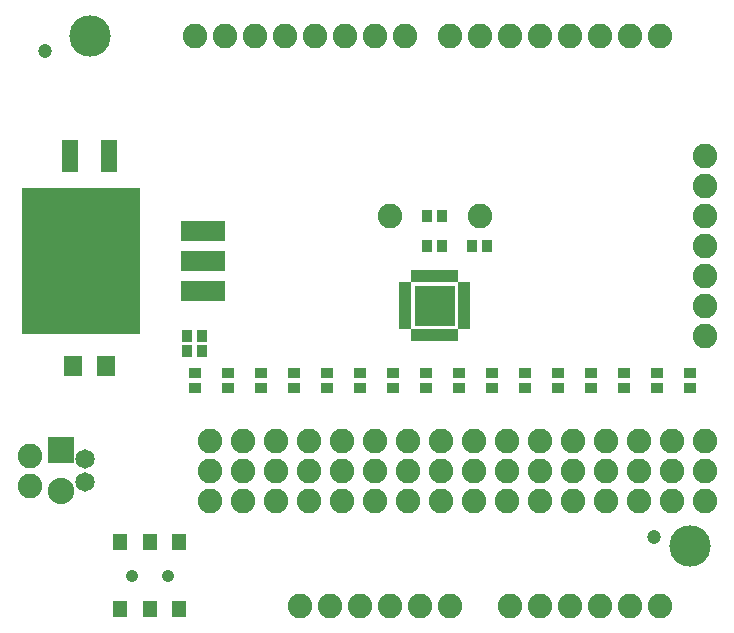
<source format=gbr>
G04 EAGLE Gerber RS-274X export*
G75*
%MOMM*%
%FSLAX34Y34*%
%LPD*%
%INSoldermask Top*%
%IPPOS*%
%AMOC8*
5,1,8,0,0,1.08239X$1,22.5*%
G01*
%ADD10R,1.003200X0.487800*%
%ADD11R,0.487800X1.003200*%
%ADD12R,3.353200X3.353200*%
%ADD13C,2.082800*%
%ADD14C,3.505200*%
%ADD15R,0.903200X1.103200*%
%ADD16R,9.953200X12.403200*%
%ADD17R,3.703200X1.803200*%
%ADD18R,1.403200X2.703200*%
%ADD19R,1.603200X1.803200*%
%ADD20R,1.203200X1.353200*%
%ADD21C,1.053200*%
%ADD22R,2.235200X2.235200*%
%ADD23C,2.235200*%
%ADD24C,1.651000*%
%ADD25R,1.103200X0.903200*%
%ADD26C,1.203200*%
%ADD27C,1.219200*%


D10*
X330600Y296900D03*
X330600Y291900D03*
X330600Y286900D03*
X330600Y281900D03*
X330600Y276900D03*
X330600Y271900D03*
X330600Y266900D03*
X330600Y261900D03*
D11*
X338100Y254400D03*
X343100Y254400D03*
X348100Y254400D03*
X353100Y254400D03*
X358100Y254400D03*
X363100Y254400D03*
X368100Y254400D03*
X373100Y254400D03*
D10*
X380600Y261900D03*
X380600Y266900D03*
X380600Y271900D03*
X380600Y276900D03*
X380600Y281900D03*
X380600Y286900D03*
X380600Y291900D03*
X380600Y296900D03*
D11*
X373100Y304400D03*
X368100Y304400D03*
X363100Y304400D03*
X358100Y304400D03*
X353100Y304400D03*
X348100Y304400D03*
X343100Y304400D03*
X338100Y304400D03*
D12*
X355600Y279400D03*
D13*
X241300Y25400D03*
X266700Y25400D03*
X292100Y25400D03*
X317500Y25400D03*
X342900Y25400D03*
X368300Y25400D03*
X419100Y25400D03*
X444500Y25400D03*
X469900Y25400D03*
X495300Y25400D03*
X520700Y25400D03*
X546100Y25400D03*
X546100Y508000D03*
X520700Y508000D03*
X495300Y508000D03*
X469900Y508000D03*
X444500Y508000D03*
X419100Y508000D03*
X393700Y508000D03*
X368300Y508000D03*
X330200Y508000D03*
X304800Y508000D03*
X279400Y508000D03*
X254000Y508000D03*
X228600Y508000D03*
X203200Y508000D03*
X177800Y508000D03*
X152400Y508000D03*
D14*
X571500Y76200D03*
X63500Y508000D03*
D15*
X349100Y355600D03*
X362100Y355600D03*
D13*
X165100Y114300D03*
X165100Y139700D03*
X165100Y165100D03*
X276860Y114300D03*
X276860Y139700D03*
X276860Y165100D03*
X388620Y114300D03*
X388620Y139700D03*
X388620Y165100D03*
X500380Y114300D03*
X500380Y139700D03*
X500380Y165100D03*
X193040Y114300D03*
X193040Y139700D03*
X193040Y165100D03*
X304800Y114300D03*
X304800Y139700D03*
X304800Y165100D03*
X416560Y114300D03*
X416560Y139700D03*
X416560Y165100D03*
X528320Y114300D03*
X528320Y139700D03*
X528320Y165100D03*
X220980Y114300D03*
X220980Y139700D03*
X220980Y165100D03*
X332740Y114300D03*
X332740Y139700D03*
X332740Y165100D03*
X444500Y114300D03*
X444500Y139700D03*
X444500Y165100D03*
X556260Y114300D03*
X556260Y139700D03*
X556260Y165100D03*
X248920Y114300D03*
X248920Y139700D03*
X248920Y165100D03*
X360680Y114300D03*
X360680Y139700D03*
X360680Y165100D03*
X472440Y114300D03*
X472440Y139700D03*
X472440Y165100D03*
X584200Y114300D03*
X584200Y139700D03*
X584200Y165100D03*
X317500Y355600D03*
X393700Y355600D03*
D16*
X56200Y317500D03*
D17*
X158950Y317500D03*
X158950Y342900D03*
X158950Y292100D03*
D18*
X47000Y406400D03*
X80000Y406400D03*
D19*
X49500Y228600D03*
X77500Y228600D03*
D15*
X158900Y254000D03*
X145900Y254000D03*
X145900Y241300D03*
X158900Y241300D03*
D20*
X139300Y79050D03*
X114300Y79050D03*
X89300Y79050D03*
X139300Y22550D03*
X114300Y22550D03*
X89300Y22550D03*
D21*
X129300Y50800D03*
X99300Y50800D03*
D22*
X39370Y157480D03*
D23*
X39370Y122480D03*
D24*
X59690Y129700D03*
X59690Y149700D03*
D13*
X12700Y127000D03*
X12700Y152400D03*
D15*
X400200Y330200D03*
X387200Y330200D03*
X362100Y330200D03*
X349100Y330200D03*
D13*
X584200Y406400D03*
X584200Y381000D03*
X584200Y355600D03*
X584200Y330200D03*
X584200Y304800D03*
X584200Y279400D03*
X584200Y254000D03*
D25*
X152400Y222400D03*
X152400Y209400D03*
X180340Y222400D03*
X180340Y209400D03*
X208280Y222400D03*
X208280Y209400D03*
X236220Y222400D03*
X236220Y209400D03*
X264160Y222400D03*
X264160Y209400D03*
X292100Y222400D03*
X292100Y209400D03*
X320040Y222400D03*
X320040Y209400D03*
X347980Y222400D03*
X347980Y209400D03*
X375920Y222400D03*
X375920Y209400D03*
X403860Y222400D03*
X403860Y209400D03*
X431800Y222400D03*
X431800Y209400D03*
X459740Y222400D03*
X459740Y209400D03*
X487680Y222400D03*
X487680Y209400D03*
X515620Y222400D03*
X515620Y209400D03*
X543560Y222400D03*
X543560Y209400D03*
X571500Y222400D03*
X571500Y209400D03*
D26*
X541020Y83820D03*
X25400Y495300D03*
D27*
X38100Y355600D03*
X63500Y355600D03*
X38100Y279400D03*
X63500Y279400D03*
X38100Y330200D03*
X63500Y330200D03*
X38100Y304800D03*
X63500Y304800D03*
X88900Y355600D03*
X88900Y330200D03*
X88900Y304800D03*
X88900Y279400D03*
M02*

</source>
